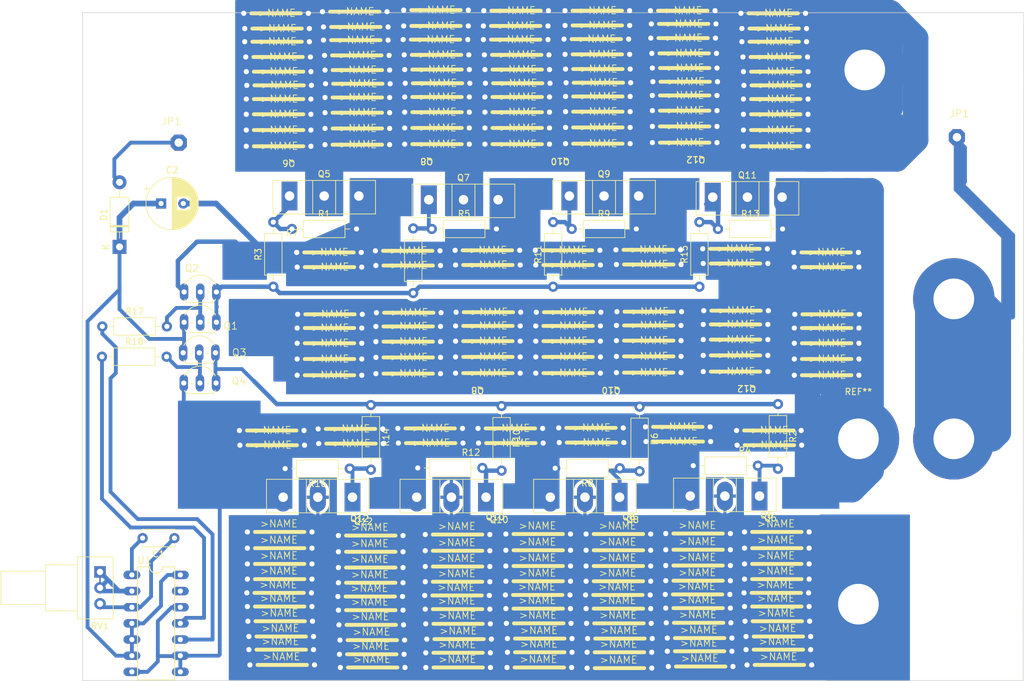
<source format=kicad_pcb>
(kicad_pcb (version 20211014) (generator pcbnew)
  (layers (0 "F.Cu" signal) (31 "B.Cu" signal) (34 "B.Paste" user) (35 "F.Paste" user) (36 "B.SilkS" user "B.Silkscreen") (37 "F.SilkS" user "F.Silkscreen") (38 "B.Mask" user) (39 "F.Mask" user) (44 "Edge.Cuts" user))
  (net 0 "")
  (net 1 "Net-(C1-Pad1)")
  (net 2 "Net-(C1-Pad2)")
  (net 3 "+10V")
  (net 4 "GND")
  (net 5 "+12V")
  (net 6 "Net-(Q1-Pad2)")
  (net 7 "Net-(Q1-Pad3)")
  (net 8 "Net-(Q3-Pad2)")
  (net 9 "Net-(Q3-Pad3)")
  (net 10 "Net-(Q5-Pad1)")
  (net 11 "Net-(Q6-Pad1)")
  (net 12 "Net-(Q7-Pad1)")
  (net 13 "Net-(Q9-Pad1)")
  (net 14 "Net-(Q11-Pad1)")
  (net 15 "Net-(Q12-Pad1)")
  (net 16 "Net-(R10-Pad2)")
  (net 17 "Net-(RV1-Pad1)")
  (net 19 "Net-(Q8-Pad1)")
  (net 20 "Net-(Q11-Pad2)")
  (net 21 "Net-(Q10-Pad2)")
  (net 22 "Net-(U1-Pad10)")
  (net 23 "Net-(U1-Pad11)")
  (footprint "jumper:10" (layer "F.Cu") (at 92.55 82.11 180)
    (fp_text reference ">NAME")
    (fp_text value ">VALUE")
  )
  (footprint "jumper:10" (layer "F.Cu") (at 162.72 51.14 180)
    (fp_text reference ">NAME")
    (fp_text value ">VALUE")
  )
  (footprint "jumper:10" (layer "F.Cu") (at 121.83 32.22 180)
    (fp_text reference ">NAME")
    (fp_text value ">VALUE")
  )
  (footprint "jumper:10" (layer "F.Cu") (at 84.31 32.63 180)
    (fp_text reference ">NAME")
    (fp_text value ">VALUE")
  )
  (footprint "jumper:10" (layer "F.Cu") (at 137.98 117.14)
    (fp_text reference ">NAME")
    (fp_text value ">VALUE")
  )
  (footprint "jumper:10" (layer "F.Cu") (at 133.75 97.73 180)
    (fp_text reference ">NAME")
    (fp_text value ">VALUE")
  )
  (footprint "jumper:10" (layer "F.Cu") (at 150.51 114.58)
    (fp_text reference ">NAME")
    (fp_text value ">VALUE")
  )
  (footprint "jumper:10" (layer "F.Cu") (at 99.12 126.39)
    (fp_text reference ">NAME")
    (fp_text value ">VALUE")
  )
  (footprint "jumper:10" (layer "F.Cu") (at 112.69 114.74)
    (fp_text reference ">NAME")
    (fp_text value ">VALUE")
  )
  (footprint "transistor-neu-to92:TO92-CEB" (layer "F.Cu") (at 72.18 88.37)
    (fp_text reference "Q4")
    (fp_text value "BC327")
  )
  (footprint "jumper:10" (layer "F.Cu") (at 84.72 111.78)
    (fp_text reference ">NAME")
    (fp_text value ">VALUE")
  )
  (footprint "jumper:10" (layer "F.Cu") (at 156.4 84.02 180)
    (fp_text reference ">NAME")
    (fp_text value ">VALUE")
  )
  (footprint "jumper:10" (layer "F.Cu") (at 84.72 114.33)
    (fp_text reference ">NAME")
    (fp_text value ">VALUE")
  )
  (footprint "" (layer "F.Cu") (at 190.72 97.14)
    (fp_text reference "")
    (fp_text value "")
  )
  (footprint "jumper:10" (layer "F.Cu") (at 117.46 69.81 180)
    (fp_text reference ">NAME")
    (fp_text value ">VALUE")
  )
  (footprint "jumper:10" (layer "F.Cu") (at 104.93 79.47 180)
    (fp_text reference ">NAME")
    (fp_text value ">VALUE")
  )
  (footprint "Package_TO_SOT_THT:TO-247-3_Vertical" (layer "F.Cu") (at 96.17 106.32 180)
    (fp_text reference "Q12")
    (fp_text value "IRF740")
  )
  (footprint "jumper:10" (layer "F.Cu") (at 148.4 50.57 180)
    (fp_text reference ">NAME")
    (fp_text value ">VALUE")
  )
  (footprint "Capacitor_THT:CP_Radial_D8.0mm_P3.50mm" (layer "F.Cu") (at 66.067349 60.14)
    (fp_text reference "C2")
    (fp_text value "1000uF")
  )
  (footprint "jumper:10" (layer "F.Cu") (at 156.4 69.57 180)
    (fp_text reference ">NAME")
    (fp_text value ">VALUE")
  )
  (footprint "jumper:10" (layer "F.Cu") (at 147.4 97.57 180)
    (fp_text reference ">NAME")
    (fp_text value ">VALUE")
  )
  (footprint "jumper:10" (layer "F.Cu") (at 148.32 36.53 180)
    (fp_text reference ">NAME")
    (fp_text value ">VALUE")
  )
  (footprint "jumper:10" (layer "F.Cu") (at 99.28 128.79)
    (fp_text reference ">NAME")
    (fp_text value ">VALUE")
  )
  (footprint "Resistor_THT:R_Axial_DIN0207_L6.3mm_D2.5mm_P10.16mm_Horizontal" (layer "F.Cu") (at 159.91 101.36 180)
    (fp_text reference "R4")
    (fp_text value "22K")
  )
  (footprint "jumper:10" (layer "F.Cu") (at 112.781866 133.096885)
    (fp_text reference ">NAME")
    (fp_text value ">VALUE")
  )
  (footprint "jumper:10" (layer "F.Cu") (at 109.22 34.37 180)
    (fp_text reference ">NAME")
    (fp_text value ">VALUE")
  )
  (footprint "jumper:10" (layer "F.Cu") (at 162.32 30.23 180)
    (fp_text reference ">NAME")
    (fp_text value ">VALUE")
  )
  (footprint "jumper:10" (layer "F.Cu") (at 156.4 79.15 180)
    (fp_text reference ">NAME")
    (fp_text value ">VALUE")
  )
  (footprint "jumper:10" (layer "F.Cu") (at 96.93 48.34 180)
    (fp_text reference ">NAME")
    (fp_text value ">VALUE")
  )
  (footprint "jumper:10" (layer "F.Cu") (at 96.93 50.89 180)
    (fp_text reference ">NAME")
    (fp_text value ">VALUE")
  )
  (footprint "jumper:10" (layer "F.Cu") (at 156.48 76.99 180)
    (fp_text reference ">NAME")
    (fp_text value ">VALUE")
  )
  (footprint "jumper:10" (layer "F.Cu") (at 162.81 121.36)
    (fp_text reference ">NAME")
    (fp_text value ">VALUE")
  )
  (footprint "jumper:10" (layer "F.Cu") (at 150.43 121.61)
    (fp_text reference ">NAME")
    (fp_text value ">VALUE")
  )
  (footprint "jumper:10" (layer "F.Cu") (at 92.55 84.59 180)
    (fp_text reference ">NAME")
    (fp_text value ">VALUE")
  )
  (footprint "jumper:10" (layer "F.Cu") (at 108.46 97.81 180)
    (fp_text reference ">NAME")
    (fp_text value ">VALUE")
  )
  (footprint "jumper:10" (layer "F.Cu") (at 142.67 67.42 180)
    (fp_text reference ">NAME")
    (fp_text value ">VALUE")
  )
  (footprint "jumper:10" (layer "F.Cu") (at 112.69 123.92)
    (fp_text reference ">NAME")
    (fp_text value ">VALUE")
  )
  (footprint "jumper:10" (layer "F.Cu") (at 117.46 81.78 180)
    (fp_text reference ">NAME")
    (fp_text value ">VALUE")
  )
  (footprint "transistor-neu-to92:TO92-CBE" (layer "F.Cu") (at 72.23 78.81)
    (fp_text reference "Q1")
    (fp_text value "BC337")
  )
  (footprint "jumper:10" (layer "F.Cu") (at 163.29 132.69)
    (fp_text reference ">NAME")
    (fp_text value ">VALUE")
  )
  (footprint "transistor-neu-to92:TO92-CBE" (layer "F.Cu") (at 72.08 83.61)
    (fp_text reference "Q3")
    (fp_text value "BC337")
  )
  (footprint "jumper:10" (layer "F.Cu") (at 161.72 98.14 180)
    (fp_text reference ">NAME")
    (fp_text value ">VALUE")
  )
  (footprint "jumper:10" (layer "F.Cu") (at 96.85 36.85 180)
    (fp_text reference ">NAME")
    (fp_text value ">VALUE")
  )
  (footprint "jumper:10" (layer "F.Cu") (at 134.75 48.18 180)
    (fp_text reference ">NAME")
    (fp_text value ">VALUE")
  )
  (footprint "jumper:10" (layer "F.Cu") (at 137.9 121.69)
    (fp_text reference ">NAME")
    (fp_text value ">VALUE")
  )
  (footprint "jumper:10" (layer "F.Cu") (at 138.22 128.55)
    (fp_text reference ">NAME")
    (fp_text value ">VALUE")
  )
  (footprint "Resistor_THT:R_Axial_DIN0207_L6.3mm_D2.5mm_P10.16mm_Horizontal" (layer "F.Cu") (at 141.31 92.08 -90)
    (fp_text reference "R6")
    (fp_text value "22")
  )
  (footprint "Capacitor_THT:C_Disc_D5.0mm_W2.5mm_P5.00mm" (layer "F.Cu") (at 68.17 112.75 180)
    (fp_text reference "C1")
    (fp_text value "0.2uF")
  )
  (footprint "jumper:10" (layer "F.Cu") (at 92.47 67.83 180)
    (fp_text reference ">NAME")
    (fp_text value ">VALUE")
  )
  (footprint "Resistor_THT:R_Axial_DIN0207_L6.3mm_D2.5mm_P10.16mm_Horizontal" (layer "F.Cu") (at 108.64 64.14)
    (fp_text reference "R5")
    (fp_text value "22K")
  )
  (footprint "jumper:10" (layer "F.Cu") (at 162.72 39.41 180)
    (fp_text reference ">NAME")
    (fp_text value ">VALUE")
  )
  (footprint "jumper:10" (layer "F.Cu") (at 134.51 34.29 180)
    (fp_text reference ">NAME")
    (fp_text value ">VALUE")
  )
  (footprint "jumper:10" (layer "F.Cu") (at 170.8 77.56 180)
    (fp_text reference ">NAME")
    (fp_text value ">VALUE")
  )
  (footprint "jumper:10" (layer "F.Cu") (at 122.07 50.81 180)
    (fp_text reference ">NAME")
    (fp_text value ">VALUE")
  )
  (footprint "Package_TO_SOT_THT:TO-247-3_Vertical" (layer "F.Cu") (at 108.17 59.545)
    (fp_text reference "Q7")
    (fp_text value "IRF740")
  )
  (footprint "Diode_THT:D_DO-41_SOD81_P10.16mm_Horizontal" (layer "F.Cu") (at 59.54 66.96 90)
    (fp_text reference "D1")
    (fp_text value "1N4007")
  )
  (footprint "jumper:10" (layer "F.Cu") (at 162.89 123.51)
    (fp_text reference ">NAME")
    (fp_text value ">VALUE")
  )
  (footprint "jumper:10" (layer "F.Cu") (at 142.75 86.73 180)
    (fp_text reference ">NAME")
    (fp_text value ">VALUE")
  )
  (footprint "jumper:10" (layer "F.Cu") (at 109.46 39.08 180)
    (fp_text reference ">NAME")
    (fp_text value ">VALUE")
  )
  (footprint "jumper:10" (layer "F.Cu") (at 84.55 51.14 180)
    (fp_text reference ">NAME")
    (fp_text value ">VALUE")
  )
  (footprint "jumper:10" (layer "F.Cu") (at 99.341886 133.096885)
    (fp_text reference ">NAME")
    (fp_text value ">VALUE")
  )
  (footprint "jumper:10" (layer "F.Cu") (at 162.89 119.2)
    (fp_text reference ">NAME")
    (fp_text value ">VALUE")
  )
  (footprint "jumper:10" (layer "F.Cu") (at 95.85 95.58 180)
    (fp_text reference ">NAME")
    (fp_text value ">VALUE")
  )
  (footprint "jumper:10" (layer "F.Cu") (at 148.16 34.13 180)
    (fp_text reference ">NAME")
    (fp_text value ">VALUE")
  )
  (footprint "jumper:10" (layer "F.Cu") (at 137.98 123.84)
    (fp_text reference ">NAME")
    (fp_text value ">VALUE")
  )
  (footprint "jumper:10" (layer "F.Cu") (at 170.72 82.11 180)
    (fp_text reference ">NAME")
    (fp_text value ">VALUE")
  )
  (footprint "jumper:10" (layer "F.Cu") (at 162.97 125.82)
    (fp_text reference ">NAME")
    (fp_text value ">VALUE")
  )
  (footprint "jumper:10" (layer "F.Cu") (at 99.2 131.02)
    (fp_text reference ">NAME")
    (fp_text value ">VALUE")
  )
  (footprint "jumper:10" (layer "F.Cu") (at 99.04 124.08)
    (fp_text reference ">NAME")
    (fp_text value ">VALUE")
  )
  (footprint "jumper:10" (layer "F.Cu") (at 148.4 43.15 180)
    (fp_text reference ">NAME")
    (fp_text value ">VALUE")
  )
  (footprint "jumper:10" (layer "F.Cu") (at 150.51 112.03)
    (fp_text reference ">NAME")
    (fp_text value ">VALUE")
  )
  (footprint "jumper:10" (layer "F.Cu") (at 104.85 67.58 180)
    (fp_text reference ">NAME")
    (fp_text value ">VALUE")
  )
  (footprint "jumper:10" (layer "F.Cu") (at 84.8 125.82)
    (fp_text reference ">NAME")
    (fp_text value ">VALUE")
  )
  (footprint "transistor-neu-to92:TO92-CBE" (layer "F.Cu") (at 72.23 74.05)
    (fp_text reference "Q2")
    (fp_text value "BC327")
  )
  (footprint "jumper:10" (layer "F.Cu") (at 130.07 86.81 180)
    (fp_text reference ">NAME")
    (fp_text value ">VALUE")
  )
  (footprint "" (layer "F.Cu") (at 176.72 39.14)
    (fp_text reference "")
    (fp_text value "")
  )
  (footprint "jumper:10" (layer "F.Cu") (at 162.8 41.56 180)
    (fp_text reference ">NAME")
    (fp_text value ">VALUE")
  )
  (footprint "jumper:10" (layer "F.Cu") (at 125.61 130.7)
    (fp_text reference ">NAME")
    (fp_text value ">VALUE")
  )
  (footprint "jumper:10" (layer "F.Cu") (at 148.24 31.9 180)
    (fp_text reference ">NAME")
    (fp_text value ">VALUE")
  )
  (footprint "jumper:10" (layer "F.Cu") (at 84.63 41.56 180)
    (fp_text reference ">NAME")
    (fp_text value ">VALUE")
  )
  (footprint "jumper:10" (layer "F.Cu") (at 138.14 130.7)
    (fp_text reference ">NAME")
    (fp_text value ">VALUE")
  )
  (footprint "jumper:10" (layer "F.Cu") (at 104.93 84.34 180)
    (fp_text reference ">NAME")
    (fp_text value ">VALUE")
  )
  (footprint "jumper:10" (layer "F.Cu") (at 163.13 128.22)
    (fp_text reference ">NAME")
    (fp_text value ">VALUE")
  )
  (footprint "Resistor_THT:R_Axial_DIN0207_L6.3mm_D2.5mm_P10.16mm_Horizontal" (layer "F.Cu") (at 99.06 91.83 -90)
    (fp_text reference "R14")
    (fp_text value "22")
  )
  (footprint "jumper:10" (layer "F.Cu") (at 133.67 95.42 180)
    (fp_text reference ">NAME")
    (fp_text value ">VALUE")
  )
  (footprint "Resistor_THT:R_Axial_DIN0207_L6.3mm_D2.5mm_P10.16mm_Horizontal" (layer "F.Cu") (at 163.07 91.68 -90)
    (fp_text reference "R2")
    (fp_text value "22")
  )
  (footprint "jumper:10" (layer "F.Cu") (at 162.89 116.81)
    (fp_text reference ">NAME")
    (fp_text value ">VALUE")
  )
  (footprint "jumper:10" (layer "F.Cu") (at 137.98 114.66)
    (fp_text reference ">NAME")
    (fp_text value ">VALUE")
  )
  (footprint "jumper:10" (layer "F.Cu") (at 134.75 39 180)
    (fp_text reference ">NAME")
    (fp_text value ">VALUE")
  )
  (footprint "jumper:10" (layer "F.Cu") (at 125.61 128.55)
    (fp_text reference ">NAME")
    (fp_text value ">VALUE")
  )
  (footprint "jumper:10" (layer "F.Cu") (at 97.01 41.31 180)
    (fp_text reference ">NAME")
    (fp_text value ">VALUE")
  )
  (footprint "jumper:10" (layer "F.Cu") (at 117.54 77.23 180)
    (fp_text reference ">NAME")
    (fp_text value ">VALUE")
  )
  (footprint "jumper:10" (layer "F.Cu") (at 134.67 32.14 180)
    (fp_text reference ">NAME")
    (fp_text value ">VALUE")
  )
  (footprint "jumper:10" (layer "F.Cu") (at 84.64 121.36)
    (fp_text reference ">NAME")
    (fp_text value ">VALUE")
  )
  (footprint "jumper:10" (layer "F.Cu") (at 117.38 67.5 180)
    (fp_text reference ">NAME")
    (fp_text value ">VALUE")
  )
  (footprint "jumper:10" (layer "F.Cu") (at 95.93 97.89 180)
    (fp_text reference ">NAME")
    (fp_text value ">VALUE")
  )
  (footprint "jumper:10" (layer "F.Cu") (at 150.59 126.07)
    (fp_text reference ">NAME")
    (fp_text value ">VALUE")
  )
  (footprint "jumper:10" (layer "F.Cu") (at 170.72 87.14 180)
    (fp_text reference ">NAME")
    (fp_text value ">VALUE")
  )
  (footprint "Package_TO_SOT_THT:TO-247-3_Vertical" (layer "F.Cu") (at 86.27 58.96)
    (fp_text reference "Q5")
    (fp_text value "IRF740")
  )
  (footprint "jumper:10" (layer "F.Cu") (at 84.15 30.23 180)
    (fp_text reference ">NAME")
    (fp_text value ">VALUE")
  )
  (footprint "jumper:10" (layer "F.Cu") (at 130.07 84.26 180)
    (fp_text reference ">NAME")
    (fp_text value ">VALUE")
  )
  (footprint "jumper:10" (layer "F.Cu") (at 162.48 32.63 180)
    (fp_text reference ">NAME")
    (fp_text value ">VALUE")
  )
  (footprint "jumper:10" (layer "F.Cu") (at 129.99 67.5 180)
    (fp_text reference ">NAME")
    (fp_text value ">VALUE")
  )
  (footprint "jumper:10" (layer "F.Cu") (at 137.98 112.11)
    (fp_text reference ">NAME")
    (fp_text value ">VALUE")
  )
  (footprint "jumper:10" (layer "F.Cu") (at 84.72 119.2)
    (fp_text reference ">NAME")
    (fp_text value ">VALUE")
  )
  (footprint "Resistor_THT:R_Axial_DIN0207_L6.3mm_D2.5mm_P10.16mm_Horizontal" (layer "F.Cu") (at 150.72 73.22 90)
    (fp_text reference "R15")
    (fp_text value "22")
  )
  (footprint "jumper:10" (layer "F.Cu") (at 147.32 95.26 180)
    (fp_text reference ">NAME")
    (fp_text value ">VALUE")
  )
  (footprint "jumper:10" (layer "F.Cu") (at 98.96 121.93)
    (fp_text reference ">NAME")
    (fp_text value ">VALUE")
  )
  (footprint "jumper:10" (layer "F.Cu") (at 96.93 45.86 180)
    (fp_text reference ">NAME")
    (fp_text value ">VALUE")
  )
  (footprint "jumper:10" (layer "F.Cu") (at 150.51 117.06)
    (fp_text reference ">NAME")
    (fp_text value ">VALUE")
  )
  (footprint "jumper:10" (layer "F.Cu") (at 108.38 95.5 180)
    (fp_text reference ">NAME")
    (fp_text value ">VALUE")
  )
  (footprint "jumper:10" (layer "F.Cu") (at 112.69 117.22)
    (fp_text reference ">NAME")
    (fp_text value ">VALUE")
  )
  (footprint "Resistor_THT:R_Axial_DIN0207_L6.3mm_D2.5mm_P10.16mm_Horizontal" (layer "F.Cu") (at 105.72 74.22 90)
    (fp_text reference "R7")
    (fp_text value "22")
  )
  (footprint "jumper:10" (layer "F.Cu") (at 99.04 112.35)
    (fp_text reference ">NAME")
    (fp_text value ">VALUE")
  )
  (footprint "jumper:10" (layer "F.Cu") (at 148.098114 29.823115 180)
    (fp_text reference ">NAME")
    (fp_text value ">VALUE")
  )
  (footprint "jumper:10" (layer "F.Cu") (at 162.72 48.59 180)
    (fp_text reference ">NAME")
    (fp_text value ">VALUE")
  )
  (footprint "jumper:10" (layer "F.Cu") (at 112.61 121.77)
    (fp_text reference ">NAME")
    (fp_text value ">VALUE")
  )
  (footprint "jumper:10" (layer "F.Cu") (at 109.3 29.726425 180)
    (fp_text reference ">NAME")
    (fp_text value ">VALUE")
  )
  (footprint "jumper:10" (layer "F.Cu") (at 134.658134 29.823115 180)
    (fp_text reference ">NAME")
    (fp_text value ">VALUE")
  )
  (footprint "jumper:10" (layer "F.Cu") (at 170.64 67.83 180)
    (fp_text reference ">NAME")
    (fp_text value ">VALUE")
  )
  (footprint "jumper:10" (layer "F.Cu") (at 122.15 41.23 180)
    (fp_text reference ">NAME")
    (fp_text value ">VALUE")
  )
  (footprint "jumper:10" (layer "F.Cu") (at 150.75 130.54)
    (fp_text reference ">NAME")
    (fp_text value ">VALUE")
  )
  (footprint "Package_TO_SOT_THT:TO-247-3_Vertical" (layer "F.Cu") (at 138.17 106.32 180)
    (fp_text reference "Q8")
    (fp_text value "IRF740")
  )
  (footprint "jumper:10" (layer "F.Cu") (at 120.99 95.5 180)
    (fp_text reference ">NAME")
    (fp_text value ">VALUE")
  )
  (footprint "Potentiometer_THT:Potentiometer_Alps_RK09Y11_Single_Horizontal" (layer "F.Cu") (at 56.47 118.07)
    (fp_text reference "RV1")
    (fp_text value "470K")
  )
  (footprint "Package_TO_SOT_THT:TO-247-3_Vertical" (layer "F.Cu") (at 152.82 59.14)
    (fp_text reference "Q11")
    (fp_text value "IRF740")
  )
  (footprint "jumper:10" (layer "F.Cu") (at 170.72 79.72 180)
    (fp_text reference ">NAME")
    (fp_text value ">VALUE")
  )
  (footprint "Resistor_THT:R_Axial_DIN0207_L6.3mm_D2.5mm_P10.16mm_Horizontal" (layer "F.Cu") (at 138.2 101.77 180)
    (fp_text reference "R8")
    (fp_text value "22K")
  )
  (footprint "jumper:10" (layer "F.Cu") (at 125.37 117.14)
    (fp_text reference ">NAME")
    (fp_text value ">VALUE")
  )
  (footprint "jumper:10" (layer "F.Cu") (at 150.75 128.47)
    (fp_text reference ">NAME")
    (fp_text value ">VALUE")
  )
  (footprint "jumper:10" (layer "F.Cu") (at 92.55 70.14 180)
    (fp_text reference ">NAME")
    (fp_text value ">VALUE")
  )
  (footprint "jumper:10" (layer "F.Cu") (at 84.72 116.81)
    (fp_text reference ">NAME")
    (fp_text value ">VALUE")
  )
  (footprint "jumper:10" (layer "F.Cu") (at 122.07 45.78 180)
    (fp_text reference ">NAME")
    (fp_text value ">VALUE")
  )
  (footprint "jumper:10" (layer "F.Cu") (at 138.06 126.15)
    (fp_text reference ">NAME")
    (fp_text value ">VALUE")
  )
  (footprint "jumper:10" (layer "F.Cu") (at 156.4 86.57 180)
    (fp_text reference ">NAME")
    (fp_text value ">VALUE")
  )
  (footprint "jumper:10" (layer "F.Cu") (at 150.51 123.76)
    (fp_text reference ">NAME")
    (fp_text value ">VALUE")
  )
  (footprint "jumper:10" (layer "F.Cu") (at 84.55 48.59 180)
    (fp_text reference ">NAME")
    (fp_text value ">VALUE")
  )
  (footprint "jumper:10" (layer "F.Cu") (at 84.96 128.22)
    (fp_text reference ">NAME")
    (fp_text value ">VALUE")
  )
  (footprint "jumper:10" (layer "F.Cu") (at 162.72 43.72 180)
    (fp_text reference ">NAME")
    (fp_text value ">VALUE")
  )
  (footprint "jumper:10" (layer "F.Cu") (at 109.46 50.81 180)
    (fp_text reference ">NAME")
    (fp_text value ">VALUE")
  )
  (footprint "jumper:10" (layer "F.Cu") (at 134.67 36.69 180)
    (fp_text reference ">NAME")
    (fp_text value ">VALUE")
  )
  (footprint "jumper:10" (layer "F.Cu") (at 148.48 40.99 180)
    (fp_text reference ">NAME")
    (fp_text value ">VALUE")
  )
  (footprint "Resistor_THT:R_Axial_DIN0207_L6.3mm_D2.5mm_P10.16mm_Horizontal" (layer "F.Cu") (at 153.64 64.14)
    (fp_text reference "R13")
    (fp_text value "22K")
  )
  (footprint "jumper:10" (layer "F.Cu") (at 99.04 119.77)
    (fp_text reference ">NAME")
    (fp_text value ">VALUE")
  )
  (footprint "jumper:10" (layer "F.Cu") (at 85.12 132.69)
    (fp_text reference ">NAME")
    (fp_text value ">VALUE")
  )
  (footprint "jumper:10" (layer "F.Cu") (at 142.83 77.15 180)
    (fp_text reference ">NAME")
    (fp_text value ">VALUE")
  )
  (footprint "jumper:10" (layer "F.Cu") (at 142.75 69.73 180)
    (fp_text reference ">NAME")
    (fp_text value ">VALUE")
  )
  (footprint "Package_TO_SOT_THT:TO-247-3_Vertical" (layer "F.Cu") (at 117.17 106.32 180)
    (fp_text reference "Q10")
    (fp_text value "IRF740")
  )
  (footprint "jumper:10" (layer "F.Cu") (at 156.4 81.54 180)
    (fp_text reference ">NAME")
    (fp_text value ">VALUE")
  )
  (footprint "Resistor_THT:R_Axial_DIN0207_L6.3mm_D2.5mm_P10.16mm_Horizontal" (layer "F.Cu") (at 116.59 101.72 180)
    (fp_text reference "R12")
    (fp_text value "22K")
  )
  (footprint "jumper:10" (layer "F.Cu") (at 112.93 128.63)
    (fp_text reference ">NAME")
    (fp_text value ">VALUE")
  )
  (footprint "Package_TO_SOT_THT:TO-247-3_Vertical" (layer "F.Cu") (at 130.27 58.96)
    (fp_text reference "Q9")
    (fp_text value "IRF740")
  )
  (footprint "jumper:10" (layer "F.Cu") (at 161.64 95.83 180)
    (fp_text reference ">NAME")
    (fp_text value ">VALUE")
  )
  (footprint "jumper:10" (layer "F.Cu") (at 130.15 77.23 180)
    (fp_text reference ">NAME")
    (fp_text value ">VALUE")
  )
  (footprint "jumper:10" (layer "F.Cu") (at 112.77 130.78)
    (fp_text reference ">NAME")
    (fp_text value ">VALUE")
  )
  (footprint "jumper:10" (layer "F.Cu") (at 109.54 41.23 180)
    (fp_text reference ">NAME")
    (fp_text value ">VALUE")
  )
  (footprint "jumper:10" (layer "F.Cu") (at 125.37 114.66)
    (fp_text reference ">NAME")
    (fp_text value ">VALUE")
  )
  (footprint "jumper:10" (layer "F.Cu") (at 104.93 69.89 180)
    (fp_text reference ">NAME")
    (fp_text value ">VALUE")
  )
  (footprint "MountingHole:MountingHole_6.4mm_M6_Pad" (layer "F.Cu") (at 175.72 97.14)
    (fp_text reference "REF**")
    (fp_text value "GND")
  )
  (footprint "jumper:10" (layer "F.Cu") (at 99.04 117.38)
    (fp_text reference ">NAME")
    (fp_text value ">VALUE")
  )
  (footprint "jumper:10" (layer "F.Cu") (at 162.48 34.7 180)
    (fp_text reference ">NAME")
    (fp_text value ">VALUE")
  )
  (footprint "Resistor_THT:R_Axial_DIN0207_L6.3mm_D2.5mm_P10.16mm_Horizontal" (layer "F.Cu") (at 95.74 101.82 180)
    (fp_text reference "R16")
    (fp_text value "22K")
  )
  (footprint "jumper:10" (layer "F.Cu") (at 122.07 48.26 180)
    (fp_text reference ">NAME")
    (fp_text value ">VALUE")
  )
  (footprint "jumper:10" (layer "F.Cu") (at 142.75 79.31 180)
    (fp_text reference ">NAME")
    (fp_text value ">VALUE")
  )
  (footprint "jumper:10" (layer "F.Cu") (at 112.69 112.19)
    (fp_text reference ">NAME")
    (fp_text value ">VALUE")
  )
  (footprint "jumper:10" (layer "F.Cu") (at 134.75 45.7 180)
    (fp_text reference ">NAME")
    (fp_text value ">VALUE")
  )
  (footprint "jumper:10" (layer "F.Cu") (at 125.37 119.53)
    (fp_text reference ">NAME")
    (fp_text value ">VALUE")
  )
  (footprint "jumper:10" (layer "F.Cu") (at 148.4 48.02 180)
    (fp_text reference ">NAME")
    (fp_text value ">VALUE")
  )
  (footprint "jumper:10" (layer "F.Cu") (at 162.89 111.78)
    (fp_text reference ">NAME")
    (fp_text value ">VALUE")
  )
  (footprint "jumper:10" (layer "F.Cu") (at 125.545013 133.096885)
    (fp_text reference ">NAME")
    (fp_text value ">VALUE")
  )
  (footprint "jumper:10" (layer "F.Cu") (at 148.4 45.54 180)
    (fp_text reference ">NAME")
    (fp_text value ">VALUE")
  )
  (footprint "jumper:10" (layer "F.Cu") (at 125.29 121.69)
    (fp_text reference ">NAME")
    (fp_text value ">VALUE")
  )
  (footprint "jumper:10" (layer "F.Cu") (at 162.64 37.1 180)
    (fp_text reference ">NAME")
    (fp_text value ">VALUE")
  )
  (footprint "Resistor_THT:R_Axial_DIN0207_L6.3mm_D2.5mm_P10.16mm_Horizontal" (layer "F.Cu") (at 83.72 73.22 90)
    (fp_text reference "R3")
    (fp_text value "22")
  )
  (footprint "Package_TO_SOT_THT:TO-247-3_Vertical" (layer "F.Cu") (at 160.17 106.14 180)
    (fp_text reference "Q6")
    (fp_text value "IRF740")
  )
  (footprint "jumper:10" (layer "F.Cu") (at 99.04 114.9)
    (fp_text reference ">NAME")
    (fp_text value ">VALUE")
  )
  (footprint "jumper:10" (layer "F.Cu") (at 84.55 46.11 180)
    (fp_text reference ">NAME")
    (fp_text value ">VALUE")
  )
  (footprint "Resistor_THT:R_Axial_DIN0207_L6.3mm_D2.5mm_P10.16mm_Horizontal" (layer "F.Cu") (at 56.83 79.47)
    (fp_text reference "R17")
    (fp_text value "R")
  )
  (footprint "jumper:10" (layer "F.Cu") (at 150.91 132.94)
    (fp_text reference ">NAME")
    (fp_text value ">VALUE")
  )
  (footprint "jumper:10" (layer "F.Cu") (at 96.53 29.98 180)
    (fp_text reference ">NAME")
    (fp_text value ">VALUE")
  )
  (footprint "jumper:10" (layer "F.Cu") (at 125.37 112.11)
    (fp_text reference ">NAME")
    (fp_text value ">VALUE")
  )
  (footprint "jumper:10" (layer "F.Cu") (at 109.46 45.78 180)
    (fp_text reference ">NAME")
    (fp_text value ">VALUE")
  )
  (footprint "jumper:10" (layer "F.Cu") (at 134.83 41.15 180)
    (fp_text reference ">NAME")
    (fp_text value ">VALUE")
  )
  (footprint "jumper:10" (layer "F.Cu") (at 117.46 84.26 180)
    (fp_text reference ">NAME")
    (fp_text value ">VALUE")
  )
  (footprint "jumper:10" (layer "F.Cu") (at 112.77 126.23)
    (fp_text reference ">NAME")
    (fp_text value ">VALUE")
  )
  (footprint "Resistor_THT:R_Axial_DIN0207_L6.3mm_D2.5mm_P10.16mm_Horizontal" (layer "F.Cu") (at 119.61 91.98 -90)
    (fp_text reference "R10")
    (fp_text value "22")
  )
  (footprint "jumper:10" (layer "F.Cu") (at 104.93 86.89 180)
    (fp_text reference ">NAME")
    (fp_text value ">VALUE")
  )
  (footprint "jumper:10" (layer "F.Cu") (at 96.93 43.47 180)
    (fp_text reference ">NAME")
    (fp_text value ">VALUE")
  )
  (footprint "jumper:10" (layer "F.Cu") (at 83.55 98.14 180)
    (fp_text reference ">NAME")
    (fp_text value ">VALUE")
  )
  (footprint "jumper:10" (layer "F.Cu") (at 162.89 114.33)
    (fp_text reference ">NAME")
    (fp_text value ">VALUE")
  )
  (footprint "jumper:10" (layer "F.Cu") (at 117.46 79.39 180)
    (fp_text reference ">NAME")
    (fp_text value ">VALUE")
  )
  (footprint "jumper:10" (layer "F.Cu") (at 112.69 119.61)
    (fp_text reference ">NAME")
    (fp_text value ">VALUE")
  )
  (footprint "Resistor_THT:R_Axial_DIN0207_L6.3mm_D2.5mm_P10.16mm_Horizontal" (layer "F.Cu") (at 127.72 73.22 90)
    (fp_text reference "R11")
    (fp_text value "22")
  )
  (footprint "jumper:10" (layer "F.Cu") (at 130.07 81.78 180)
    (fp_text reference ">NAME")
    (fp_text value ">VALUE")
  )
  (footprint "jumper:10" (layer "F.Cu") (at 163.13 130.29)
    (fp_text reference ">NAME")
    (fp_text value ">VALUE")
  )
  (footprint "jumper:10" (layer "F.Cu") (at 134.75 50.73 180)
    (fp_text reference ">NAME")
    (fp_text value ">VALUE")
  )
  (footprint "jumper:10" (layer "F.Cu") (at 170.72 70.14 180)
    (fp_text reference ">NAME")
    (fp_text value ">VALUE")
  )
  (footprint "jumper:10" (layer "F.Cu") (at 125.37 123.84)
    (fp_text reference ">NAME")
    (fp_text value ">VALUE")
  )
  (footprint "jumper:10" (layer "F.Cu") (at 105.01 77.31 180)
    (fp_text reference ">NAME")
    (fp_text value ">VALUE")
  )
  (footprint "jumper:10" (layer "F.Cu") (at 130.07 69.81 180)
    (fp_text reference ">NAME")
    (fp_text value ">VALUE")
  )
  (footprint "jumper:10" (layer "F.Cu") (at 84.72 123.51)
    (fp_text reference ">NAME")
    (fp_text value ">VALUE")
  )
  (footprint "" (layer "F.Cu") (at 175.72 123.14)
    (fp_text reference "")
    (fp_text value "")
  )
  (footprint "40xx:DIL14" (layer "F.Cu") (at 65.29 126.16 -90)
    (fp_text reference "U1")
    (fp_text value "4047")
  )
  (footprint "jumper:10" (layer "F.Cu") (at 142.75 81.7 180)
    (fp_text reference ">NAME")
    (fp_text value ">VALUE")
  )
  (footprint "jumper:10" (layer "F.Cu") (at 150.51 119.45)
    (fp_text reference ">NAME")
    (fp_text value ">VALUE")
  )
  (footprint "jumper:10" (layer "F.Cu") (at 96.69 32.38 180)
    (fp_text reference ">NAME")
    (fp_text value ">VALUE")
  )
  (footprint "jumper:10" (layer "F.Cu") (at 84.31 34.7 180)
    (fp_text reference ">NAME")
    (fp_text value ">VALUE")
  )
  (footprint "" (layer "F.Cu") (at 190.72 75.14)
    (fp_text reference "")
    (fp_text value "")
  )
  (footprint "jumper:10" (layer "F.Cu") (at 84.55 39.41 180)
    (fp_text reference ">NAME")
    (fp_text value ">VALUE")
  )
  (footprint "Resistor_THT:R_Axial_DIN0207_L6.3mm_D2.5mm_P10.16mm_Horizontal" (layer "F.Cu") (at 86.64 64.14)
    (fp_text reference "R1")
    (fp_text value "22K")
  )
  (footprint "jumper:10" (layer "F.Cu") (at 121.83 34.37 180)
    (fp_text reference ">NAME")
    (fp_text value ">VALUE")
  )
  (footprint "jumper:10" (layer "F.Cu") (at 109.46 43.39 180)
    (fp_text reference ">NAME")
    (fp_text value ">VALUE")
  )
  (footprint "jumper:10" (layer "F.Cu") (at 138.14 133.193575)
    (fp_text reference ">NAME")
    (fp_text value ">VALUE")
  )
  (footprint "" (layer "F.Cu") (at 68.85 50.57)
    (fp_text reference "")
    (fp_text value "")
  )
  (footprint "Resistor_THT:R_Axial_DIN0207_L6.3mm_D2.5mm_P10.16mm_Horizontal" (layer "F.Cu") (at 130.64 64.14)
    (fp_text reference "R9")
    (fp_text value "22K")
  )
  (footprint "jumper:10" (layer "F.Cu") (at 83.47 95.83 180)
    (fp_text reference ">NAME")
    (fp_text value ">VALUE")
  )
  (footprint "jumper:10" (layer "F.Cu") (at 109.3 32.22 180)
    (fp_text reference ">NAME")
    (fp_text value ">VALUE")
  )
  (footprint "jumper:10" (layer "F.Cu") (at 162.72 46.11 180)
    (fp_text reference ">NAME")
    (fp_text value ">VALUE")
  )
  (footprint "jumper:10" (layer "F.Cu") (at 117.46 86.81 180)
    (fp_text reference ">NAME")
    (fp_text value ">VALUE")
  )
  (footprint "jumper:10" (layer "F.Cu") (at 92.55 79.72 180)
    (fp_text reference ">NAME")
    (fp_text value ">VALUE")
  )
  (footprint "jumper:10" (layer "F.Cu") (at 121.894987 29.823115 180)
    (fp_text reference ">NAME")
    (fp_text value ">VALUE")
  )
  (footprint "jumper:10" (layer "F.Cu") (at 96.69 34.45 180)
    (fp_text reference ">NAME")
    (fp_text value ">VALUE")
  )
  (footprint "jumper:10" (layer "F.Cu") (at 84.96 130.29)
    (fp_text reference ">NAME")
    (fp_text value ">VALUE")
  )
  (footprint "jumper:10" (layer "F.Cu") (at 121.99 36.77 180)
    (fp_text reference ">NAME")
    (fp_text value ">VALUE")
  )
  (footprint "jumper:10" (layer "F.Cu") (at 122.07 43.39 180)
    (fp_text reference ">NAME")
    (fp_text value ">VALUE")
  )
  (footprint "jumper:10" (layer "F.Cu") (at 125.45 126.15)
    (fp_text reference ">NAME")
    (fp_text value ">VALUE")
  )
  (footprint "jumper:10" (layer "F.Cu") (at 142.75 84.18 180)
    (fp_text reference ">NAME")
    (fp_text value ">VALUE")
  )
  (footprint "jumper:10" (layer "F.Cu") (at 109.46 48.26 180)
    (fp_text reference ">NAME")
    (fp_text value ">VALUE")
  )
  (footprint "jumper:10" (layer "F.Cu") (at 96.93 39.16 180)
    (fp_text reference ">NAME")
    (fp_text value ">VALUE")
  )
  (footprint "jumper:10" (layer "F.Cu") (at 156.32 67.26 180)
    (fp_text reference ">NAME")
    (fp_text value ">VALUE")
  )
  (footprint "jumper:10" (layer "F.Cu") (at 92.63 77.56 180)
    (fp_text reference ">NAME")
    (fp_text value ">VALUE")
  )
  (footprint "jumper:10" (layer "F.Cu") (at 84.47 37.1 180)
    (fp_text reference ">NAME")
    (fp_text value ">VALUE")
  )
  (footprint "Resistor_THT:R_Axial_DIN0207_L6.3mm_D2.5mm_P10.16mm_Horizontal" (layer "F.Cu") (at 56.78 84.23)
    (fp_text reference "R18")
    (fp_text value "R")
  )
  (footprint "jumper:10" (layer "F.Cu") (at 130.07 79.39 180)
    (fp_text reference ">NAME")
    (fp_text value ">VALUE")
  )
  (footprint "jumper:10" (layer "F.Cu") (at 134.75 43.31 180)
    (fp_text reference ">NAME")
    (fp_text value ">VALUE")
  )
  (footprint "jumper:10" (layer "F.Cu") (at 137.98 119.53)
    (fp_text reference ">NAME")
    (fp_text value ">VALUE")
  )
  (footprint "jumper:10" (layer "F.Cu") (at 109.38 36.77 180)
    (fp_text reference ">NAME")
    (fp_text value ">VALUE")
  )
  (footprint "discrete:PAD-01" (layer "F.Cu") (at 191.21 49.72)
    (fp_text reference "JP1")
    (fp_text value ">VALUE")
  )
  (footprint "jumper:10" (layer "F.Cu") (at 84.55 43.72 180)
    (fp_text reference ">NAME")
    (fp_text value ">VALUE")
  )
  (footprint "jumper:10" (layer "F.Cu") (at 148.4 38.84 180)
    (fp_text reference ">NAME")
    (fp_text value ">VALUE")
  )
  (footprint "jumper:10" (layer "F.Cu") (at 92.55 87.14 180)
    (fp_text reference ">NAME")
    (fp_text value ">VALUE")
  )
  (footprint "jumper:10" (layer "F.Cu") (at 122.07 39.08 180)
    (fp_text reference ">NAME")
    (fp_text value ">VALUE")
  )
  (footprint "jumper:10" (layer "F.Cu") (at 170.72 84.59 180)
    (fp_text reference ">NAME")
    (fp_text value ">VALUE")
  )
  (footprint "jumper:10" (layer "F.Cu") (at 104.93 81.86 180)
    (fp_text reference ">NAME")
    (fp_text value ">VALUE")
  )
  (footprint "jumper:10" (layer "F.Cu") (at 121.07 97.81 180)
    (fp_text reference ">NAME")
    (fp_text value ">VALUE")
  )
  (gr_poly (pts (xy 196.72 99.14) (xy 184.72 99.14) (xy 184.72 73.14) (xy 196.72 73.14)) (layer "B.Cu") (width 0.2) (fill solid))
  (gr_poly (pts (xy 180.72 51.14) (xy 169.72 51.14) (xy 169.72 31.14) (xy 180.72 31.14)) (layer "B.Cu") (width 0.2) (fill solid))
  (gr_poly (pts (xy 183.72 135.14) (xy 170.72 135.14) (xy 169.72 109.14) (xy 183.72 109.14)) (layer "B.Cu") (width 0.2) (fill solid))
  (gr_line (start 172.62 135.14) (end 201.62 135.14) (layer "Edge.Cuts") (width 0.1))
  (gr_line (start 201.72 31.14) (end 201.72 30.14) (layer "Edge.Cuts") (width 0.1))
  (gr_line (start 53.72 135.14) (end 172.62 135.14) (layer "Edge.Cuts") (width 0.1))
  (gr_line (start 186.72 30.14) (end 201.72 30.14) (layer "Edge.Cuts") (width 0.1))
  (gr_line (start 53.72 30.14) (end 53.72 135.14) (layer "Edge.Cuts") (width 0.1))
  (gr_line (start 201.72 31.14) (end 201.62 135.14) (layer "Edge.Cuts") (width 0.1))
  (gr_line (start 186.72 30.14) (end 53.72 30.14) (layer "Edge.Cuts") (width 0.1))
  (gr_text "Q8" (at 115.83 89.5 180) (layer "F.SilkS") (effects (font (size 1 1))))
  (gr_text "Q10" (at 118.61 109.42) (layer "F.SilkS") (effects (font (size 1 1))))
  (gr_text "Q12" (at 158.15 89.23 180) (layer "F.SilkS") (effects (font (size 1 1))))
  (gr_text "Q12" (at 150.15 53.23 180) (layer "F.SilkS") (effects (font (size 1 1))))
  (gr_text "Q12" (at 97.29 109.69) (layer "F.SilkS") (effects (font (size 1 1))))
  (gr_text "Q12" (at 97.29 109.69) (layer "F.SilkS") (effects (font (size 1 1))))
  (gr_text "Q10" (at 136.83 89.5 180) (layer "F.SilkS") (effects (font (size 1 1))))
  (gr_text "Q8" (at 139.61 109.42) (layer "F.SilkS") (effects (font (size 1 1))))
  (gr_text "Q8" (at 107.83 53.5 180) (layer "F.SilkS") (effects (font (size 1 1))))
  (gr_text "Q8" (at 115.83 89.5 180) (layer "F.SilkS") (effects (font (size 1 1))))
  (gr_text "JP1" (at 66.03 47.88) (layer "F.SilkS") (effects (font (size 1.143 1.143) (thickness 0.127)) (justify left bottom)))
  (gr_text "Q10" (at 128.83 53.5 180) (layer "F.SilkS") (effects (font (size 1 1))))
  (gr_text "Q10" (at 136.83 89.5 180) (layer "F.SilkS") (effects (font (size 1 1))))
  (gr_text "Q10" (at 128.83 53.5 180) (layer "F.SilkS") (effects (font (size 1 1))))
  (gr_text "Q8" (at 107.83 53.5 180) (layer "F.SilkS") (effects (font (size 1 1))))
  (gr_text "Q10" (at 118.61 109.42) (layer "F.SilkS") (effects (font (size 1 1))))
  (gr_text "Q6" (at 161.29 109.14) (layer "F.SilkS") (effects (font (size 1 1))))
  (gr_text "Q6" (at 86.15 53.78 180) (layer "F.SilkS") (effects (font (size 1 1))))
  (gr_text "Q12" (at 150.15 53.23 180) (layer "F.SilkS") (effects (font (size 1 1))))
  (gr_text "Q8" (at 139.61 109.42) (layer "F.SilkS") (effects (font (size 1 1))))
  (gr_text "Q12" (at 158.15 89.23 180) (layer "F.SilkS") (effects (font (size 1 1))))
  (segment (start 57.02 123.62) (end 56.47 123.07) (width 0.6) (layer "B.Cu") (net 1))
  (segment (start 68.17 112.75) (end 64.5 116.42) (width 0.6) (layer "B.Cu") (net 1))
  (segment (start 61.48 123.62) (end 57.02 123.62) (width 0.6) (layer "B.Cu") (net 1))
  (segment (start 64.5 121.93) (end 62.81 123.62) (width 0.6) (layer "B.Cu") (net 1))
  (segment (start 62.81 123.62) (end 61.48 123.62) (width 0.6) (layer "B.Cu") (net 1))
  (segment (start 64.5 116.42) (end 64.5 121.93) (width 0.6) (layer "B.Cu") (net 1))
  (segment (start 61.48 118.54) (end 61.48 114.44) (width 0.6) (layer "B.Cu") (net 2))
  (segment (start 61.48 114.44) (end 63.17 112.75) (width 0.6) (layer "B.Cu") (net 2))
  (segment (start 63.3 126.16) (end 66.06 123.4) (width 0.6) (layer "B.Cu") (net 3))
  (segment (start 59.54 62.32) (end 59.54 66.96) (width 0.9) (layer "B.Cu") (net 3))
  (segment (start 64.21 81.43) (end 60.45 77.67) (width 0.6) (layer "B.Cu") (net 3))
  (segment (start 69.69 78.81) (end 69.69 81.43) (width 0.6) (layer "B.Cu") (net 3))
  (segment (start 61.72 60.14) (end 59.54 62.32) (width 0.9) (layer "B.Cu") (net 3))
  (segment (start 67.13 118.54) (end 69.1 118.54) (width 0.6) (layer "B.Cu") (net 3))
  (segment (start 59.54 76.76) (end 59.54 73.14) (width 0.6) (layer "B.Cu") (net 3))
  (segment (start 61.48 131.24) (end 58.99 131.24) (width 0.6) (layer "B.Cu") (net 3))
  (segment (start 69.69 83.46) (end 69.54 83.61) (width 0.6) (layer "B.Cu") (net 3))
  (segment (start 58.99 131.24) (end 54.51 126.76) (width 0.6) (layer "B.Cu") (net 3))
  (segment (start 54.51 126.76) (end 54.51 78.67) (width 0.6) (layer "B.Cu") (net 3))
  (segment (start 66.067349 60.14) (end 61.72 60.14) (width 0.9) (layer "B.Cu") (net 3))
  (segment (start 60.45 77.67) (end 59.54 76.76) (width 0.6) (layer "B.Cu") (net 3))
  (segment (start 66.06 119.61) (end 67.13 118.54) (width 0.6) (layer "B.Cu") (net 3))
  (segment (start 54.51 78.67) (end 59.54 73.64) (width 0.6) (layer "B.Cu") (net 3))
  (segment (start 59.54 66.96) (end 59.54 73.14) (width 0.6) (layer "B.Cu") (net 3))
  (segment (start 61.48 126.16) (end 63.3 126.16) (width 0.6) (layer "B.Cu") (net 3))
  (segment (start 66.06 123.4) (end 66.06 119.61) (width 0.6) (layer "B.Cu") (net 3))
  (segment (start 69.69 81.43) (end 64.21 81.43) (width 0.6) (layer "B.Cu") (net 3))
  (segment (start 59.54 73.64) (end 59.54 73.14) (width 0.6) (layer "B.Cu") (net 3))
  (segment (start 61.48 131.24) (end 61.48 126.16) (width 0.6) (layer "B.Cu") (net 3))
  (segment (start 69.69 81.43) (end 69.69 83.46) (width 0.6) (layer "B.Cu") (net 3))
  (segment (start 65.56 132.15) (end 63.93 133.78) (width 0.6) (layer "B.Cu") (net 4))
  (segment (start 177.72 58.14) (end 173.72 58.14) (width 4) (layer "B.Cu") (net 4))
  (segment (start 126.37 107.22) (end 127.27 106.32) (width 0.6) (layer "B.Cu") (net 4))
  (segment (start 106.43 106.16) (end 106.27 106.32) (width 0.7) (layer "B.Cu") (net 4))
  (segment (start 167.72 93.14) (end 168.72 94.14) (width 4) (layer "B.Cu") (net 4))
  (segment (start 85.27 106.32) (end 76.64 106.32) (width 0.7) (layer "B.Cu") (net 4))
  (segment (start 167.72 86.14) (end 167.72 93.14) (width 4) (layer "B.Cu") (net 4))
  (segment (start 174.72 105.14) (end 177.72 102.14) (width 4) (layer "B.Cu") (net 4))
  (segment (start 149.75 101.36) (end 149.75 105.66) (width 0.7) (layer "B.Cu") (net 4))
  (segment (start 75.3 106.32) (end 71.34 106.32) (width 0.7) (layer "B.Cu") (net 4))
  (segment (start 171.72 91.14) (end 172.72 91.14) (width 4) (layer "B.Cu") (net 4))
  (segment (start 65.56 131.3) (end 65.56 132.15) (width 0.6) (layer "B.Cu") (net 4))
  (segment (start 69.1 131.24) (end 75.12 131.24) (width 0.6) (layer "B.Cu") (net 4))
  (segment (start 71.72 66.14) (end 77.72 66.14) (width 0.7) (layer "B.Cu") (net 4))
  (segment (start 169.72 105.14) (end 174.72 105.14) (width 4) (layer "B.Cu") (net 4))
  (segment (start 69.04 131.3) (end 65.56 131.3) (width 0.6) (layer "B.Cu") (net 4))
  (segment (start 69.1 131.24) (end 69.04 131.3) (width 0.6) (layer "B.Cu") (net 4))
  (segment (start 85.58 101.82) (end 85.58 106.01) (width 0.7) (layer "B.Cu") (net 4))
  (segment (start 70.59 97.74) (end 69.855 97.005) (width 0.6) (layer "B.Cu") (net 4))
  (segment (start 69.64 96.79) (end 69.64 88.37) (width 0.6) (layer "B.Cu") (net 4))
  (segment (start 61.48 133.78) (end 63.44 133.78) (width 0.6) (layer "B.Cu") (net 4))
  (segment (start 78.72 69.14) (end 78.72 71.14) (width 0.7) (layer "B.Cu") (net 4))
  (segment (start 149.75 105.66) (end 149.27 106.14) (width 0.7) (layer "B.Cu") (net 4))
  (segment (start 97.27 59.06) (end 97.17 58.96) (width 0.6) (layer "B.Cu") (net 4))
  (segment (start 69.1 131.24) (end 69.1 133.78) (width 0.6) (layer "B.Cu") (net 4))
  (segment (start 75.12 131.24) (end 75.3 131.06) (width 0.6) (layer "B.Cu") (net 4))
  (segment (start 67.75 123.62) (end 65.56 125.81) (width 0.6) (layer "B.Cu") (net 4))
  (segment (start 77.72 66.14) (end 78.72 67.14) (width 0.7) (layer "B.Cu") (net 4))
  (segment (start 69.1 123.62) (end 67.75 123.62) (width 0.6) (layer "B.Cu") (net 4))
  (segment (start 174.72 61.14) (end 174.72 100.14) (width 4) (layer "B.Cu") (net 4))
  (segment (start 65.56 125.81) (end 65.56 131.3) (width 0.6) (layer "B.Cu") (net 4))
  (segment (start 69.69 74.05) (end 68.72 73.08) (width 0.7) (layer "B.Cu") (net 4))
  (segment (start 85.58 106.01) (end 85.27 106.32) (width 0.7) (layer "B.Cu") (net 4))
  (segment (start 172.72 102.14) (end 174.72 100.14) (width 4) (layer "B.Cu") (net 4))
  (segment (start 71.34 106.32) (end 70.86 105.84) (width 0.7) (layer "B.Cu") (net 4))
  (segment (start 78.72 67.14) (end 78.72 69.14) (width 0.7) (layer "B.Cu") (net 4))
  (segment (start 128.04 101.77) (end 128.04 105.55) (width 0.7) (layer "B.Cu") (net 4))
  (segment (start 76.64 106.32) (end 75.3 106.32) (width 0.7) (layer "B.Cu") (net 4))
  (segment (start 128.04 105.55) (end 127.27 106.32) (width 0.7) (layer "B.Cu") (net 4))
  (segment (start 69.1 123.62) (end 69.23 123.49) (width 0.6) (layer "B.Cu") (net 4))
  (segment (start 177.72 102.14) (end 177.72 58.14) (width 4) (layer "B.Cu") (net 4))
  (segment (start 69.855 97.005) (end 69.64 96.79) (width 0.6) (layer "B.Cu") (net 4))
  (segment (start 106.43 101.72) (end 106.43 106.16) (width 0.7) (layer "B.Cu") (net 4))
  (segment (start 74.72 60.14) (end 81.72 67.14) (width 0.9) (layer "B.Cu") (net 4))
  (segment (start 75.3 131.06) (end 75.3 106.32) (width 0.6) (layer "B.Cu") (net 4))
  (segment (start 69.567349 60.14) (end 74.72 60.14) (width 0.9) (layer "B.Cu") (net 4))
  (segment (start 68.72 73.08) (end 68.72 69.14) (width 0.7) (layer "B.Cu") (net 4))
  (segment (start 70.86 98.01) (end 69.855 97.005) (width 0.7) (layer "B.Cu") (net 4))
  (segment (start 68.72 69.14) (end 71.72 66.14) (width 0.7) (layer "B.Cu") (net 4))
  (segment (start 70.86 105.84) (end 70.86 98.01) (width 0.7) (layer "B.Cu") (net 4))
  (segment (start 170.72 92.14) (end 171.72 91.14) (width 4) (layer "B.Cu") (net 4))
  (segment (start 81.72 67.14) (end 81.72 69.14) (width 0.9) (layer "B.Cu") (net 4))
  (segment (start 76.9 106.58) (end 76.64 106.32) (width 0.6) (layer "B.Cu") (net 4))
  (segment (start 63.93 133.78) (end 61.48 133.78) (width 0.6) (layer "B.Cu") (net 4))
  (segment (start 194.72 75.14) (end 190.72 75.14) (width 4) (layer "B.Cu") (net 5))
  (segment (start 197.72 78.14) (end 198.67 77.19) (width 1) (layer "B.Cu") (net 5))
  (segment (start 191.905 51.035) (end 191.905 56.235) (width 1) (layer "B.Cu") (net 5))
  (segment (start 196.72 97.14) (end 197.72 96.14) (width 4) (layer "B.Cu") (net 5))
  (segment (start 68.85 50.57) (end 61.29 50.57) (width 0.6) (layer "B.Cu") (net 5))
  (segment (start 191.21 50.34) (end 191.905 51.035) (width 1) (layer "B.Cu") (net 5))
  (segment (start 192.28 56.68) (end 192.09 56.87) (width 1) (layer "B.Cu") (net 5))
  (segment (start 192.59 57.94) (end 199.86 65.21) (width 1) (layer "B.Cu") (net 5))
  (segment (start 191.21 57.87) (end 191.21 49.72) (width 1) (layer "B.Cu") (net 5))
  (segment (start 191.905 51.035) (end 192.28 51.41) (width 1) (layer "B.Cu") (net 5))
  (segment (start 58.72 55.98) (end 59.54 56.8) (width 0.6) (layer "B.Cu") (net 5))
  (segment (start 190.72 97.14) (end 196.72 97.14) (width 4) (layer "B.Cu") (net 5))
  (segment (start 192.28 51.41) (end 192.28 56.68) (width 1) (layer "B.Cu") (net 5))
  (segment (start 191.905 56.235) (end 191.71 56.43) (width 1) (layer "B.Cu") (net 5))
  (segment (start 190.72 75.14) (end 191.72 74.14) (width 0.6) (layer "B.Cu") (net 5))
  (segment (start 192.09 57.44) (end 192.59 57.94) (width 1) (layer "B.Cu") (net 5))
  (segment (start 197.72 96.14) (end 197.72 78.14) (width 4) (layer "B.Cu") (net 5))
  (segment (start 199.3 76.56) (end 199.3 64.65) (width 1) (layer "B.Cu") (net 5))
  (segment (start 198.67 65.33) (end 191.21 57.87) (width 1) (layer "B.Cu") (net 5))
  (segment (start 192.09 56.87) (end 192.09 57.44) (width 1) (layer "B.Cu") (net 5))
  (segment (start 198.67 77.19) (end 198.67 65.33) (width 1) (layer "B.Cu") (net 5))
  (segment (start 58.72 53.14) (end 58.72 55.98) (width 0.6) (layer "B.Cu") (net 5))
  (segment (start 199.86 65.21) (end 199.86 77.88) (width 1) (layer "B.Cu") (net 5))
  (segment (start 197.72 78.14) (end 199.3 76.56) (width 1) (layer "B.Cu") (net 5))
  (segment (start 199.3 64.65) (end 192.59 57.94) (width 1) (layer "B.Cu") (net 5))
  (segment (start 197.72 78.14) (end 194.72 75.14) (width 4) (layer "B.Cu") (net 5))
  (segment (start 191.21 49.72) (end 191.21 50.34) (width 1) (layer "B.Cu") (net 5))
  (segment (start 61.29 50.57) (end 58.72 53.14) (width 0.6) (layer "B.Cu") (net 5))
  (segment (start 66.99 79.47) (end 66.99 78.04) (width 0.6) (layer "B.Cu") (net 6))
  (segment (start 66.99 78.04) (end 68.48 76.55) (width 0.6) (layer "B.Cu") (net 6))
  (segment (start 68.48 76.55) (end 72.23 76.55) (width 0.6) (layer "B.Cu") (net 6))
  (segment (start 72.23 78.81) (end 72.23 76.55) (width 0.6) (layer "B.Cu") (net 6))
  (segment (start 72.23 76.55) (end 72.23 74.05) (width 0.6) (layer "B.Cu") (net 6))
  (segment (start 150.72 73.22) (end 106.72 73.22) (width 0.7) (layer "B.Cu") (net 7))
  (segment (start 74.86 76.39) (end 74.77 76.48) (width 0.6) (layer "B.Cu") (net 7))
  (segment (start 75.6 73.22) (end 74.77 74.05) (width 0.7) (layer "B.Cu") (net 7))
  (segment (start 83.72 73.22) (end 75.6 73.22) (width 0.7) (layer "B.Cu") (net 7))
  (segment (start 74.77 78.81) (end 74.77 76.48) (width 0.6) (layer "B.Cu") (net 7))
  (segment (start 106.72 73.22) (end 105.72 74.22) (width 0.7) (layer "B.Cu") (net 7))
  (segment (start 105.72 74.22) (end 84.72 74.22) (width 0.7) (layer "B.Cu") (net 7))
  (segment (start 84.72 74.22) (end 83.72 73.22) (width 0.7) (layer "B.Cu") (net 7))
  (segment (start 74.77 76.48) (end 74.77 74.05) (width 0.6) (layer "B.Cu") (net 7))
  (segment (start 72.18 85.85) (end 72.18 83.71) (width 0.6) (layer "B.Cu") (net 8))
  (segment (start 66.94 84.23) (end 68.56 85.85) (width 0.6) (layer "B.Cu") (net 8))
  (segment (start 72.18 83.71) (end 72.08 83.61) (width 0.6) (layer "B.Cu") (net 8))
  (segment (start 72.18 88.37) (end 72.18 85.85) (width 0.6) (layer "B.Cu") (net 8))
  (segment (start 68.56 85.85) (end 72.18 85.85) (width 0.6) (layer "B.Cu") (net 8))
  (segment (start 78.77 86.17) (end 74.62 86.17) (width 0.6) (layer "B.Cu") (net 9))
  (segment (start 74.62 83.61) (end 74.62 86.17) (width 0.6) (layer "B.Cu") (net 9))
  (segment (start 74.62 88.27) (end 74.72 88.37) (width 0.6) (layer "B.Cu") (net 9))
  (segment (start 80.66 88.06) (end 78.77 86.17) (width 0.6) (layer "B.Cu") (net 9))
  (segment (start 84.28 91.68) (end 80.66 88.06) (width 0.7) (layer "B.Cu") (net 9))
  (segment (start 74.62 86.17) (end 74.62 88.27) (width 0.6) (layer "B.Cu") (net 9))
  (segment (start 163.07 91.68) (end 84.28 91.68) (width 0.7) (layer "B.Cu") (net 9))
  (segment (start 86.27 60.51) (end 83.72 63.06) (width 0.7) (layer "B.Cu") (net 10))
  (segment (start 86.27 58.96) (end 86.27 60.51) (width 0.7) (layer "B.Cu") (net 10))
  (segment (start 86.64 64.14) (end 84.8 64.14) (width 0.7) (layer "B.Cu") (net 10))
  (segment (start 84.8 64.14) (end 83.72 63.06) (width 0.7) (layer "B.Cu") (net 10))
  (segment (start 160.72 105.59) (end 160.17 106.14) (width 0.6) (layer "B.Cu") (net 11))
  (segment (start 160.17 106.14) (end 160.17 101.62) (width 0.6) (layer "B.Cu") (net 11))
  (segment (start 160.17 101.62) (end 159.91 101.36) (width 0.6) (layer "B.Cu") (net 11))
  (segment (start 159.91 101.36) (end 162.59 101.36) (width 0.6) (layer "B.Cu") (net 11))
  (segment (start 162.59 101.36) (end 163.07 101.84) (width 0.6) (layer "B.Cu") (net 11))
  (segment (start 108.17 59.545) (end 108.17 63.67) (width 0.6) (layer "B.Cu") (net 12))
  (segment (start 108.17 63.67) (end 108.64 64.14) (width 0.6) (layer "B.Cu") (net 12))
  (segment (start 108.56 64.06) (end 108.64 64.14) (width 0.7) (layer "B.Cu") (net 12))
  (segment (start 105.72 64.06) (end 108.56 64.06) (width 0.7) (layer "B.Cu") (net 12))
  (segment (start 107.72 59.995) (end 108.17 59.545) (width 0.6) (layer "B.Cu") (net 12))
  (segment (start 130.72 59.41) (end 130.27 58.96) (width 0.6) (layer "B.Cu") (net 13))
  (segment (start 130.27 58.96) (end 130.27 63.77) (width 0.6) (layer "B.Cu") (net 13))
  (segment (start 129.56 63.06) (end 130.64 64.14) (width 0.7) (layer "B.Cu") (net 13))
  (segment (start 130.27 63.77) (end 130.64 64.14) (width 0.6) (layer "B.Cu") (net 13))
  (segment (start 127.72 63.06) (end 129.56 63.06) (width 0.7) (layer "B.Cu") (net 13))
  (segment (start 150.72 63.06) (end 152.56 63.06) (width 0.7) (layer "B.Cu") (net 14))
  (segment (start 152.56 63.06) (end 153.64 64.14) (width 0.7) (layer "B.Cu") (net 14))
  (segment (start 153.64 64.14) (end 153.64 59.96) (width 0.7) (layer "B.Cu") (net 14))
  (segment (start 151.72 60.24) (end 152.82 59.14) (width 0.6) (layer "B.Cu") (net 14))
  (segment (start 153.64 59.96) (end 152.82 59.14) (width 0.7) (layer "B.Cu") (net 14))
  (segment (start 96.72 105.77) (end 96.17 106.32) (width 0.6) (layer "B.Cu") (net 15))
  (segment (start 95.74 101.82) (end 98.89 101.82) (width 0.7) (layer "B.Cu") (net 15))
  (segment (start 98.89 101.82) (end 99.06 101.99) (width 0.7) (layer "B.Cu") (net 15))
  (segment (start 96.17 102.25) (end 95.74 101.82) (width 0.6) (layer "B.Cu") (net 15))
  (segment (start 96.17 106.32) (end 96.17 102.25) (width 0.6) (layer "B.Cu") (net 15))
  (segment (start 116.59 101.72) (end 117.01 102.14) (width 0.7) (layer "B.Cu") (net 16))
  (segment (start 117.17 102.3) (end 116.59 101.72) (width 0.7) (layer "B.Cu") (net 16))
  (segment (start 117.01 102.14) (end 119.61 102.14) (width 0.7) (layer "B.Cu") (net 16))
  (segment (start 117.17 106.32) (end 117.17 102.3) (width 0.7) (layer "B.Cu") (net 16))
  (segment (start 57.645 119.395) (end 56.47 120.57) (width 0.7) (layer "B.Cu") (net 17))
  (segment (start 57.795 119.395) (end 57.645 119.395) (width 0.7) (layer "B.Cu") (net 17))
  (segment (start 61.48 121.08) (end 56.98 121.08) (width 0.7) (layer "B.Cu") (net 17))
  (segment (start 56.98 121.08) (end 56.47 120.57) (width 0.7) (layer "B.Cu") (net 17))
  (segment (start 61.48 121.08) (end 59.48 121.08) (width 0.7) (layer "B.Cu") (net 17))
  (segment (start 57.795 119.395) (end 56.47 118.07) (width 0.7) (layer "B.Cu") (net 17))
  (segment (start 56.47 120.57) (end 56.47 118.07) (width 0.25) (layer "B.Cu") (net 17))
  (segment (start 59.48 121.08) (end 57.795 119.395) (width 0.7) (layer "B.Cu") (net 17))
  (segment (start 138.17 106.32) (end 138.17 103.59) (width 0.6) (layer "B.Cu") (net 19))
  (segment (start 136.72 102.14) (end 141.21 102.14) (width 0.7) (layer "B.Cu") (net 19))
  (segment (start 137.72 105.87) (end 138.17 106.32) (width 0.6) (layer "B.Cu") (net 19))
  (segment (start 138.17 103.59) (end 136.72 102.14) (width 0.6) (layer "B.Cu") (net 19))
  (segment (start 141.21 102.14) (end 141.31 102.24) (width 0.7) (layer "B.Cu") (net 19))
  (segment (start 113.885 58.91) (end 113.25 59.545) (width 0.6) (layer "B.Cu") (net 20))
  (segment (start 180.72 30.14) (end 180.72 45.14) (width 4) (layer "B.Cu") (net 20))
  (segment (start 184.72 50.14) (end 181.72 53.14) (width 4) (layer "B.Cu") (net 20))
  (segment (start 184.72 34.14) (end 184.72 50.14) (width 4) (layer "B.Cu") (net 20))
  (segment (start 181.72 53.14) (end 167.72 53.14) (width 4) (layer "B.Cu") (net 20))
  (segment (start 180.72 45.14) (end 174.72 51.14) (width 4) (layer "B.Cu") (net 20))
  (segment (start 159.72 30.14) (end 180.72 30.14) (width 4) (layer "B.Cu") (net 20))
  (segment (start 180.72 30.14) (end 184.72 34.14) (width 4) (layer "B.Cu") (net 20))
  (segment (start 174.72 51.14) (end 179.72 51.14) (width 4) (layer "B.Cu") (net 20))
  (segment (start 179.72 51.14) (end 182.72 48.14) (width 4) (layer "B.Cu") (net 20))
  (segment (start 62.41 109.76) (end 58.12 105.47) (width 0.6) (layer "B.Cu") (net 22))
  (segment (start 58.12 105.47) (end 58.12 87.64) (width 0.6) (layer "B.Cu") (net 22))
  (segment (start 71.76 109.76) (end 62.41 109.76) (width 0.6) (layer "B.Cu") (net 22))
  (segment (start 58.96 82.75) (end 56.83 80.62) (width 0.6) (layer "B.Cu") (net 22))
  (segment (start 58.96 86.8) (end 58.96 82.75) (width 0.6) (layer "B.Cu") (net 22))
  (segment (start 56.83 80.62) (end 56.83 79.47) (width 0.6) (layer "B.Cu") (net 22))
  (segment (start 69.1 128.7) (end 74.17 128.7) (width 0.6) (layer "B.Cu") (net 22))
  (segment (start 74.17 112.17) (end 71.76 109.76) (width 0.6) (layer "B.Cu") (net 22))
  (segment (start 58.12 87.64) (end 58.96 86.8) (width 0.6) (layer "B.Cu") (net 22))
  (segment (start 74.17 128.7) (end 74.17 112.17) (width 0.6) (layer "B.Cu") (net 22))
  (segment (start 72.83 112.71) (end 71.2 111.08) (width 0.6) (layer "B.Cu") (net 23))
  (segment (start 69.1 126.16) (end 69.97 125.29) (width 0.6) (layer "B.Cu") (net 23))
  (segment (start 71.2 111.08) (end 61.28 111.08) (width 0.6) (layer "B.Cu") (net 23))
  (segment (start 69.97 125.29) (end 72.83 125.29) (width 0.6) (layer "B.Cu") (net 23))
  (segment (start 72.83 125.29) (end 72.83 112.71) (width 0.6) (layer "B.Cu") (net 23))
  (segment (start 61.28 111.08) (end 56.78 106.58) (width 0.6) (layer "B.Cu") (net 23))
  (segment (start 56.78 106.58) (end 56.78 84.23) (width 0.6) (layer "B.Cu") (net 23))
  (zone (net 20) (net_name "Net-(Q11-Pad2)") (layer "B.Cu") (connect_pads yes (clearance 0.508)) (min_thickness 0.254) (fill yes (thermal_gap 0.508) (thermal_bridge_width 0.508))
    (polygon (pts (xy 170.72 55.14) (xy 161.72 55.14) (xy 161.72 62.14) (xy 155.72 62.14) (xy 155.72 55.14) (xy 138.72 55.14) (xy 138.72 62.14) (xy 132.72 62.14) (xy 132.72 55.14) (xy 116.72 55.14) (xy 116.72 62.14) (xy 110.72 62.14) (xy 110.72 55.14) (xy 94.72 55.14) (xy 94.72 62.14) (xy 88.72 62.14) (xy 88.72 55.14) (xy 77.72 55.14) (xy 77.72 28.14) (xy 170.72 28.14)))
  )
  (zone (net 4) (net_name "GND") (layer "B.Cu") (connect_pads yes (clearance 0.508)) (min_thickness 0.254) (fill yes (thermal_gap 0.508) (thermal_bridge_width 0.508))
    (polygon (pts (xy 81.72 93.14) (xy 172.72 93.14) (xy 172.72 108.14) (xy 163.72 108.14) (xy 163.72 103.14) (xy 165.72 103.14) (xy 165.72 99.14) (xy 150.72 99.14) (xy 150.72 108.14) (xy 140.72 108.14) (xy 140.72 104.14) (xy 142.72 104.14) (xy 142.72 100.14) (xy 128.72 100.14) (xy 128.72 108.14) (xy 119.72 108.14) (xy 119.72 104.14) (xy 121.72 104.14) (xy 121.72 100.14) (xy 107.72 100.14) (xy 107.72 108.14) (xy 98.72 108.14) (xy 98.72 103.14) (xy 100.72 103.14) (xy 100.72 100.14) (xy 86.72 100.14) (xy 86.72 108.14) (xy 68.72 108.14) (xy 68.72 91.14) (xy 81.72 91.14)))
  )
  (zone (net 4) (net_name "GND") (layer "B.Cu") (connect_pads yes (clearance 0.508)) (min_thickness 0.254) (fill yes (thermal_gap 0.508) (thermal_bridge_width 0.508))
    (polygon (pts (xy 105.72 62.14) (xy 103.72 62.14) (xy 103.72 66.14) (xy 110.72 66.14) (xy 110.72 64.14) (xy 117.72 64.14) (xy 117.72 56.14) (xy 127.72 56.14) (xy 127.72 61.14) (xy 125.72 61.14) (xy 125.72 66.14) (xy 132.72 66.14) (xy 132.72 64.14) (xy 139.72 64.14) (xy 139.72 56.14) (xy 150.72 56.14) (xy 150.72 61.14) (xy 148.72 61.14) (xy 148.72 66.14) (xy 162.72 66.14) (xy 162.72 56.14) (xy 175.72 56.14) (xy 175.72 90.14) (xy 85.72 90.14) (xy 85.72 88.14) (xy 83.72 88.14) (xy 83.72 84.14) (xy 76.72 84.14) (xy 76.72 75.14) (xy 153.72 75.14) (xy 153.72 72.14) (xy 151.72 72.14) (xy 151.72 71.14) (xy 149.72 71.14) (xy 149.72 72.14) (xy 128.72 72.14) (xy 128.72 71.14) (xy 126.72 71.14) (xy 126.72 72.14) (xy 104.72 72.14) (xy 104.72 73.14) (xy 85.72 73.14) (xy 85.72 71.14) (xy 82.72 71.14) (xy 82.72 72.14) (xy 75.72 72.14) (xy 75.72 66.14) (xy 88.72 66.14) (xy 95.72 63.14) (xy 95.72 56.14) (xy 105.72 56.14)))
  )
  (zone (net 21) (net_name "Net-(Q10-Pad2)") (layer "B.Cu") (connect_pads (clearance 0.508)) (min_thickness 0.254) (fill yes (thermal_gap 0.508) (thermal_bridge_width 0.508))
    (polygon (pts (xy 93.72 109.14) (xy 108.72 109.14) (xy 108.72 103.14) (xy 114.72 103.14) (xy 114.72 109.14) (xy 129.72 109.14) (xy 129.72 103.14) (xy 135.72 103.14) (xy 135.72 109.14) (xy 151.72 109.14) (xy 151.72 103.14) (xy 157.72 103.14) (xy 157.72 109.14) (xy 170.72 109.14) (xy 170.72 135.14) (xy 76.72 135.14) (xy 76.72 109.14) (xy 87.72 109.14) (xy 87.72 103.14) (xy 93.72 103.14)))
  )
)
</source>
